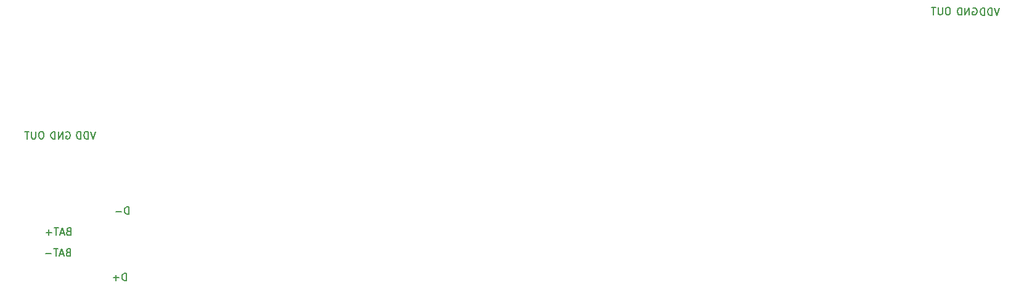
<source format=gbr>
%TF.GenerationSoftware,KiCad,Pcbnew,9.0.2*%
%TF.CreationDate,2025-07-08T14:50:53+02:00*%
%TF.ProjectId,FMControllerSeed,464d436f-6e74-4726-9f6c-6c6572536565,rev?*%
%TF.SameCoordinates,Original*%
%TF.FileFunction,Legend,Bot*%
%TF.FilePolarity,Positive*%
%FSLAX46Y46*%
G04 Gerber Fmt 4.6, Leading zero omitted, Abs format (unit mm)*
G04 Created by KiCad (PCBNEW 9.0.2) date 2025-07-08 14:50:53*
%MOMM*%
%LPD*%
G01*
G04 APERTURE LIST*
%ADD10C,0.150000*%
G04 APERTURE END LIST*
D10*
X80069887Y-116996009D02*
X79927030Y-117043628D01*
X79927030Y-117043628D02*
X79879411Y-117091247D01*
X79879411Y-117091247D02*
X79831792Y-117186485D01*
X79831792Y-117186485D02*
X79831792Y-117329342D01*
X79831792Y-117329342D02*
X79879411Y-117424580D01*
X79879411Y-117424580D02*
X79927030Y-117472200D01*
X79927030Y-117472200D02*
X80022268Y-117519819D01*
X80022268Y-117519819D02*
X80403220Y-117519819D01*
X80403220Y-117519819D02*
X80403220Y-116519819D01*
X80403220Y-116519819D02*
X80069887Y-116519819D01*
X80069887Y-116519819D02*
X79974649Y-116567438D01*
X79974649Y-116567438D02*
X79927030Y-116615057D01*
X79927030Y-116615057D02*
X79879411Y-116710295D01*
X79879411Y-116710295D02*
X79879411Y-116805533D01*
X79879411Y-116805533D02*
X79927030Y-116900771D01*
X79927030Y-116900771D02*
X79974649Y-116948390D01*
X79974649Y-116948390D02*
X80069887Y-116996009D01*
X80069887Y-116996009D02*
X80403220Y-116996009D01*
X79450839Y-117234104D02*
X78974649Y-117234104D01*
X79546077Y-117519819D02*
X79212744Y-116519819D01*
X79212744Y-116519819D02*
X78879411Y-117519819D01*
X78688934Y-116519819D02*
X78117506Y-116519819D01*
X78403220Y-117519819D02*
X78403220Y-116519819D01*
X77784172Y-117138866D02*
X77022268Y-117138866D01*
X88033220Y-120879819D02*
X88033220Y-119879819D01*
X88033220Y-119879819D02*
X87795125Y-119879819D01*
X87795125Y-119879819D02*
X87652268Y-119927438D01*
X87652268Y-119927438D02*
X87557030Y-120022676D01*
X87557030Y-120022676D02*
X87509411Y-120117914D01*
X87509411Y-120117914D02*
X87461792Y-120308390D01*
X87461792Y-120308390D02*
X87461792Y-120451247D01*
X87461792Y-120451247D02*
X87509411Y-120641723D01*
X87509411Y-120641723D02*
X87557030Y-120736961D01*
X87557030Y-120736961D02*
X87652268Y-120832200D01*
X87652268Y-120832200D02*
X87795125Y-120879819D01*
X87795125Y-120879819D02*
X88033220Y-120879819D01*
X87033220Y-120498866D02*
X86271316Y-120498866D01*
X86652268Y-120879819D02*
X86652268Y-120117914D01*
X88383220Y-111739819D02*
X88383220Y-110739819D01*
X88383220Y-110739819D02*
X88145125Y-110739819D01*
X88145125Y-110739819D02*
X88002268Y-110787438D01*
X88002268Y-110787438D02*
X87907030Y-110882676D01*
X87907030Y-110882676D02*
X87859411Y-110977914D01*
X87859411Y-110977914D02*
X87811792Y-111168390D01*
X87811792Y-111168390D02*
X87811792Y-111311247D01*
X87811792Y-111311247D02*
X87859411Y-111501723D01*
X87859411Y-111501723D02*
X87907030Y-111596961D01*
X87907030Y-111596961D02*
X88002268Y-111692200D01*
X88002268Y-111692200D02*
X88145125Y-111739819D01*
X88145125Y-111739819D02*
X88383220Y-111739819D01*
X87383220Y-111358866D02*
X86621316Y-111358866D01*
X80099887Y-114106009D02*
X79957030Y-114153628D01*
X79957030Y-114153628D02*
X79909411Y-114201247D01*
X79909411Y-114201247D02*
X79861792Y-114296485D01*
X79861792Y-114296485D02*
X79861792Y-114439342D01*
X79861792Y-114439342D02*
X79909411Y-114534580D01*
X79909411Y-114534580D02*
X79957030Y-114582200D01*
X79957030Y-114582200D02*
X80052268Y-114629819D01*
X80052268Y-114629819D02*
X80433220Y-114629819D01*
X80433220Y-114629819D02*
X80433220Y-113629819D01*
X80433220Y-113629819D02*
X80099887Y-113629819D01*
X80099887Y-113629819D02*
X80004649Y-113677438D01*
X80004649Y-113677438D02*
X79957030Y-113725057D01*
X79957030Y-113725057D02*
X79909411Y-113820295D01*
X79909411Y-113820295D02*
X79909411Y-113915533D01*
X79909411Y-113915533D02*
X79957030Y-114010771D01*
X79957030Y-114010771D02*
X80004649Y-114058390D01*
X80004649Y-114058390D02*
X80099887Y-114106009D01*
X80099887Y-114106009D02*
X80433220Y-114106009D01*
X79480839Y-114344104D02*
X79004649Y-114344104D01*
X79576077Y-114629819D02*
X79242744Y-113629819D01*
X79242744Y-113629819D02*
X78909411Y-114629819D01*
X78718934Y-113629819D02*
X78147506Y-113629819D01*
X78433220Y-114629819D02*
X78433220Y-113629819D01*
X77814172Y-114248866D02*
X77052268Y-114248866D01*
X77433220Y-114629819D02*
X77433220Y-113867914D01*
X79787628Y-100456801D02*
X79882866Y-100409182D01*
X79882866Y-100409182D02*
X80025723Y-100409182D01*
X80025723Y-100409182D02*
X80168580Y-100456801D01*
X80168580Y-100456801D02*
X80263818Y-100552039D01*
X80263818Y-100552039D02*
X80311437Y-100647277D01*
X80311437Y-100647277D02*
X80359056Y-100837753D01*
X80359056Y-100837753D02*
X80359056Y-100980610D01*
X80359056Y-100980610D02*
X80311437Y-101171086D01*
X80311437Y-101171086D02*
X80263818Y-101266324D01*
X80263818Y-101266324D02*
X80168580Y-101361563D01*
X80168580Y-101361563D02*
X80025723Y-101409182D01*
X80025723Y-101409182D02*
X79930485Y-101409182D01*
X79930485Y-101409182D02*
X79787628Y-101361563D01*
X79787628Y-101361563D02*
X79740009Y-101313943D01*
X79740009Y-101313943D02*
X79740009Y-100980610D01*
X79740009Y-100980610D02*
X79930485Y-100980610D01*
X79311437Y-101409182D02*
X79311437Y-100409182D01*
X79311437Y-100409182D02*
X78740009Y-101409182D01*
X78740009Y-101409182D02*
X78740009Y-100409182D01*
X78263818Y-101409182D02*
X78263818Y-100409182D01*
X78263818Y-100409182D02*
X78025723Y-100409182D01*
X78025723Y-100409182D02*
X77882866Y-100456801D01*
X77882866Y-100456801D02*
X77787628Y-100552039D01*
X77787628Y-100552039D02*
X77740009Y-100647277D01*
X77740009Y-100647277D02*
X77692390Y-100837753D01*
X77692390Y-100837753D02*
X77692390Y-100980610D01*
X77692390Y-100980610D02*
X77740009Y-101171086D01*
X77740009Y-101171086D02*
X77787628Y-101266324D01*
X77787628Y-101266324D02*
X77882866Y-101361563D01*
X77882866Y-101361563D02*
X78025723Y-101409182D01*
X78025723Y-101409182D02*
X78263818Y-101409182D01*
X83806077Y-100369819D02*
X83472744Y-101369819D01*
X83472744Y-101369819D02*
X83139411Y-100369819D01*
X82806077Y-101369819D02*
X82806077Y-100369819D01*
X82806077Y-100369819D02*
X82567982Y-100369819D01*
X82567982Y-100369819D02*
X82425125Y-100417438D01*
X82425125Y-100417438D02*
X82329887Y-100512676D01*
X82329887Y-100512676D02*
X82282268Y-100607914D01*
X82282268Y-100607914D02*
X82234649Y-100798390D01*
X82234649Y-100798390D02*
X82234649Y-100941247D01*
X82234649Y-100941247D02*
X82282268Y-101131723D01*
X82282268Y-101131723D02*
X82329887Y-101226961D01*
X82329887Y-101226961D02*
X82425125Y-101322200D01*
X82425125Y-101322200D02*
X82567982Y-101369819D01*
X82567982Y-101369819D02*
X82806077Y-101369819D01*
X81806077Y-101369819D02*
X81806077Y-100369819D01*
X81806077Y-100369819D02*
X81567982Y-100369819D01*
X81567982Y-100369819D02*
X81425125Y-100417438D01*
X81425125Y-100417438D02*
X81329887Y-100512676D01*
X81329887Y-100512676D02*
X81282268Y-100607914D01*
X81282268Y-100607914D02*
X81234649Y-100798390D01*
X81234649Y-100798390D02*
X81234649Y-100941247D01*
X81234649Y-100941247D02*
X81282268Y-101131723D01*
X81282268Y-101131723D02*
X81329887Y-101226961D01*
X81329887Y-101226961D02*
X81425125Y-101322200D01*
X81425125Y-101322200D02*
X81567982Y-101369819D01*
X81567982Y-101369819D02*
X81806077Y-101369819D01*
X76472744Y-100369819D02*
X76282268Y-100369819D01*
X76282268Y-100369819D02*
X76187030Y-100417438D01*
X76187030Y-100417438D02*
X76091792Y-100512676D01*
X76091792Y-100512676D02*
X76044173Y-100703152D01*
X76044173Y-100703152D02*
X76044173Y-101036485D01*
X76044173Y-101036485D02*
X76091792Y-101226961D01*
X76091792Y-101226961D02*
X76187030Y-101322200D01*
X76187030Y-101322200D02*
X76282268Y-101369819D01*
X76282268Y-101369819D02*
X76472744Y-101369819D01*
X76472744Y-101369819D02*
X76567982Y-101322200D01*
X76567982Y-101322200D02*
X76663220Y-101226961D01*
X76663220Y-101226961D02*
X76710839Y-101036485D01*
X76710839Y-101036485D02*
X76710839Y-100703152D01*
X76710839Y-100703152D02*
X76663220Y-100512676D01*
X76663220Y-100512676D02*
X76567982Y-100417438D01*
X76567982Y-100417438D02*
X76472744Y-100369819D01*
X75615601Y-100369819D02*
X75615601Y-101179342D01*
X75615601Y-101179342D02*
X75567982Y-101274580D01*
X75567982Y-101274580D02*
X75520363Y-101322200D01*
X75520363Y-101322200D02*
X75425125Y-101369819D01*
X75425125Y-101369819D02*
X75234649Y-101369819D01*
X75234649Y-101369819D02*
X75139411Y-101322200D01*
X75139411Y-101322200D02*
X75091792Y-101274580D01*
X75091792Y-101274580D02*
X75044173Y-101179342D01*
X75044173Y-101179342D02*
X75044173Y-100369819D01*
X74710839Y-100369819D02*
X74139411Y-100369819D01*
X74425125Y-101369819D02*
X74425125Y-100369819D01*
X200990678Y-83300534D02*
X200800202Y-83300534D01*
X200800202Y-83300534D02*
X200704964Y-83348153D01*
X200704964Y-83348153D02*
X200609726Y-83443391D01*
X200609726Y-83443391D02*
X200562107Y-83633867D01*
X200562107Y-83633867D02*
X200562107Y-83967200D01*
X200562107Y-83967200D02*
X200609726Y-84157676D01*
X200609726Y-84157676D02*
X200704964Y-84252915D01*
X200704964Y-84252915D02*
X200800202Y-84300534D01*
X200800202Y-84300534D02*
X200990678Y-84300534D01*
X200990678Y-84300534D02*
X201085916Y-84252915D01*
X201085916Y-84252915D02*
X201181154Y-84157676D01*
X201181154Y-84157676D02*
X201228773Y-83967200D01*
X201228773Y-83967200D02*
X201228773Y-83633867D01*
X201228773Y-83633867D02*
X201181154Y-83443391D01*
X201181154Y-83443391D02*
X201085916Y-83348153D01*
X201085916Y-83348153D02*
X200990678Y-83300534D01*
X200133535Y-83300534D02*
X200133535Y-84110057D01*
X200133535Y-84110057D02*
X200085916Y-84205295D01*
X200085916Y-84205295D02*
X200038297Y-84252915D01*
X200038297Y-84252915D02*
X199943059Y-84300534D01*
X199943059Y-84300534D02*
X199752583Y-84300534D01*
X199752583Y-84300534D02*
X199657345Y-84252915D01*
X199657345Y-84252915D02*
X199609726Y-84205295D01*
X199609726Y-84205295D02*
X199562107Y-84110057D01*
X199562107Y-84110057D02*
X199562107Y-83300534D01*
X199228773Y-83300534D02*
X198657345Y-83300534D01*
X198943059Y-84300534D02*
X198943059Y-83300534D01*
X204305562Y-83387516D02*
X204400800Y-83339897D01*
X204400800Y-83339897D02*
X204543657Y-83339897D01*
X204543657Y-83339897D02*
X204686514Y-83387516D01*
X204686514Y-83387516D02*
X204781752Y-83482754D01*
X204781752Y-83482754D02*
X204829371Y-83577992D01*
X204829371Y-83577992D02*
X204876990Y-83768468D01*
X204876990Y-83768468D02*
X204876990Y-83911325D01*
X204876990Y-83911325D02*
X204829371Y-84101801D01*
X204829371Y-84101801D02*
X204781752Y-84197039D01*
X204781752Y-84197039D02*
X204686514Y-84292278D01*
X204686514Y-84292278D02*
X204543657Y-84339897D01*
X204543657Y-84339897D02*
X204448419Y-84339897D01*
X204448419Y-84339897D02*
X204305562Y-84292278D01*
X204305562Y-84292278D02*
X204257943Y-84244658D01*
X204257943Y-84244658D02*
X204257943Y-83911325D01*
X204257943Y-83911325D02*
X204448419Y-83911325D01*
X203829371Y-84339897D02*
X203829371Y-83339897D01*
X203829371Y-83339897D02*
X203257943Y-84339897D01*
X203257943Y-84339897D02*
X203257943Y-83339897D01*
X202781752Y-84339897D02*
X202781752Y-83339897D01*
X202781752Y-83339897D02*
X202543657Y-83339897D01*
X202543657Y-83339897D02*
X202400800Y-83387516D01*
X202400800Y-83387516D02*
X202305562Y-83482754D01*
X202305562Y-83482754D02*
X202257943Y-83577992D01*
X202257943Y-83577992D02*
X202210324Y-83768468D01*
X202210324Y-83768468D02*
X202210324Y-83911325D01*
X202210324Y-83911325D02*
X202257943Y-84101801D01*
X202257943Y-84101801D02*
X202305562Y-84197039D01*
X202305562Y-84197039D02*
X202400800Y-84292278D01*
X202400800Y-84292278D02*
X202543657Y-84339897D01*
X202543657Y-84339897D02*
X202781752Y-84339897D01*
X207924011Y-83380534D02*
X207590678Y-84380534D01*
X207590678Y-84380534D02*
X207257345Y-83380534D01*
X206924011Y-84380534D02*
X206924011Y-83380534D01*
X206924011Y-83380534D02*
X206685916Y-83380534D01*
X206685916Y-83380534D02*
X206543059Y-83428153D01*
X206543059Y-83428153D02*
X206447821Y-83523391D01*
X206447821Y-83523391D02*
X206400202Y-83618629D01*
X206400202Y-83618629D02*
X206352583Y-83809105D01*
X206352583Y-83809105D02*
X206352583Y-83951962D01*
X206352583Y-83951962D02*
X206400202Y-84142438D01*
X206400202Y-84142438D02*
X206447821Y-84237676D01*
X206447821Y-84237676D02*
X206543059Y-84332915D01*
X206543059Y-84332915D02*
X206685916Y-84380534D01*
X206685916Y-84380534D02*
X206924011Y-84380534D01*
X205924011Y-84380534D02*
X205924011Y-83380534D01*
X205924011Y-83380534D02*
X205685916Y-83380534D01*
X205685916Y-83380534D02*
X205543059Y-83428153D01*
X205543059Y-83428153D02*
X205447821Y-83523391D01*
X205447821Y-83523391D02*
X205400202Y-83618629D01*
X205400202Y-83618629D02*
X205352583Y-83809105D01*
X205352583Y-83809105D02*
X205352583Y-83951962D01*
X205352583Y-83951962D02*
X205400202Y-84142438D01*
X205400202Y-84142438D02*
X205447821Y-84237676D01*
X205447821Y-84237676D02*
X205543059Y-84332915D01*
X205543059Y-84332915D02*
X205685916Y-84380534D01*
X205685916Y-84380534D02*
X205924011Y-84380534D01*
M02*

</source>
